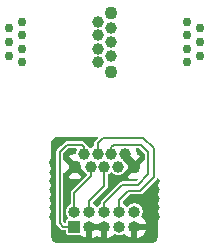
<source format=gbr>
%TF.GenerationSoftware,KiCad,Pcbnew,8.99.0-unknown-ac73616e7c~181~ubuntu24.04.1*%
%TF.CreationDate,2024-12-23T20:21:58-05:00*%
%TF.ProjectId,EZConnect,455a436f-6e6e-4656-9374-2e6b69636164,rev?*%
%TF.SameCoordinates,Original*%
%TF.FileFunction,Copper,L1,Top*%
%TF.FilePolarity,Positive*%
%FSLAX46Y46*%
G04 Gerber Fmt 4.6, Leading zero omitted, Abs format (unit mm)*
G04 Created by KiCad (PCBNEW 8.99.0-unknown-ac73616e7c~181~ubuntu24.04.1) date 2024-12-23 20:21:58*
%MOMM*%
%LPD*%
G01*
G04 APERTURE LIST*
%TA.AperFunction,ComponentPad*%
%ADD10C,1.000000*%
%TD*%
%TA.AperFunction,ComponentPad*%
%ADD11C,1.100000*%
%TD*%
%TA.AperFunction,SMDPad,CuDef*%
%ADD12C,0.750000*%
%TD*%
%TA.AperFunction,ComponentPad*%
%ADD13R,1.000000X1.000000*%
%TD*%
%TA.AperFunction,ComponentPad*%
%ADD14O,1.000000X1.000000*%
%TD*%
%TA.AperFunction,Conductor*%
%ADD15C,0.200000*%
%TD*%
G04 APERTURE END LIST*
D10*
%TO.P,J2,1,Pin_1*%
%TO.N,Net-(J2-Pin_1)*%
X153375000Y-105950000D03*
%TO.P,J2,2,Pin_2*%
%TO.N,/RX*%
X154525000Y-105950000D03*
%TO.P,J2,3,Pin_3*%
%TO.N,/TX*%
X155675000Y-105950000D03*
%TO.P,J2,4,Pin_4*%
%TO.N,/GND*%
X156825000Y-105950000D03*
%TO.P,J2,5,Pin_5*%
%TO.N,/SWDIO*%
X153950000Y-107050000D03*
%TO.P,J2,6,Pin_6*%
%TO.N,/SWCLK*%
X155100000Y-107050000D03*
%TO.P,J2,7,Pin_7*%
%TO.N,/~{RESET}*%
X156250000Y-107050000D03*
D11*
%TO.P,J2,MP,MountPin*%
%TO.N,/GND*%
X152600000Y-107050000D03*
X157600000Y-107050000D03*
%TD*%
D10*
%TO.P,J1,1,Pin_1*%
%TO.N,unconnected-(J1-Pin_1-Pad1)*%
X154550000Y-98225000D03*
%TO.P,J1,2,Pin_2*%
%TO.N,unconnected-(J1-Pin_2-Pad2)*%
X154550000Y-97075000D03*
%TO.P,J1,3,Pin_3*%
%TO.N,unconnected-(J1-Pin_3-Pad3)*%
X154550000Y-95925000D03*
%TO.P,J1,4,Pin_4*%
%TO.N,unconnected-(J1-Pin_4-Pad4)*%
X154550000Y-94775000D03*
%TO.P,J1,5,Pin_5*%
%TO.N,unconnected-(J1-Pin_5-Pad5)*%
X155650000Y-97650000D03*
%TO.P,J1,6,Pin_6*%
%TO.N,unconnected-(J1-Pin_6-Pad6)*%
X155650000Y-96500000D03*
%TO.P,J1,7,Pin_7*%
%TO.N,unconnected-(J1-Pin_7-Pad7)*%
X155650000Y-95350000D03*
D11*
%TO.P,J1,MP,MountPin*%
%TO.N,unconnected-(J1-MountPin-PadMP)_1*%
X155650000Y-99000000D03*
X155650000Y-94000000D03*
%TD*%
D12*
%TO.P,J5,1,Pin_1*%
%TO.N,unconnected-(J5-Pin_1-Pad1)*%
X148150000Y-94775000D03*
%TO.P,J5,2,Pin_2*%
%TO.N,unconnected-(J5-Pin_2-Pad2)*%
X148150000Y-95925000D03*
%TO.P,J5,3,Pin_3*%
%TO.N,unconnected-(J5-Pin_3-Pad3)*%
X148150000Y-97075000D03*
%TO.P,J5,4,Pin_4*%
%TO.N,unconnected-(J5-Pin_4-Pad4)*%
X148150000Y-98225000D03*
%TO.P,J5,5,Pin_5*%
%TO.N,unconnected-(J5-Pin_5-Pad5)*%
X147050000Y-95350000D03*
%TO.P,J5,6,Pin_6*%
%TO.N,unconnected-(J5-Pin_6-Pad6)*%
X147050000Y-96500000D03*
%TO.P,J5,7,Pin_7*%
%TO.N,unconnected-(J5-Pin_7-Pad7)*%
X147050000Y-97650000D03*
%TD*%
D13*
%TO.P,J3,1,VTref*%
%TO.N,Net-(J2-Pin_1)*%
X152550000Y-112125000D03*
D14*
%TO.P,J3,2,SWDIO/TMS*%
%TO.N,/SWDIO*%
X152550000Y-110855000D03*
%TO.P,J3,3,GND*%
%TO.N,/GND*%
X153820000Y-112125000D03*
%TO.P,J3,4,SWCLK/TCK*%
%TO.N,/SWCLK*%
X153820000Y-110855000D03*
%TO.P,J3,5,GND*%
%TO.N,/GND*%
X155090000Y-112125000D03*
%TO.P,J3,6,SWO/TDO*%
%TO.N,/TX*%
X155090000Y-110855000D03*
%TO.P,J3,7,KEY*%
%TO.N,unconnected-(J3-KEY-Pad7)*%
X156360000Y-112125000D03*
%TO.P,J3,8,NC/TDI*%
%TO.N,/RX*%
X156360000Y-110855000D03*
%TO.P,J3,9,GNDDetect*%
%TO.N,/GND*%
X157630000Y-112125000D03*
%TO.P,J3,10,~{RESET}*%
%TO.N,/~{RESET}*%
X157630000Y-110855000D03*
%TD*%
D12*
%TO.P,J4,1,Pin_1*%
%TO.N,unconnected-(J4-Pin_1-Pad1)*%
X162050000Y-98225000D03*
%TO.P,J4,2,Pin_2*%
%TO.N,unconnected-(J4-Pin_2-Pad2)*%
X162050000Y-97075000D03*
%TO.P,J4,3,Pin_3*%
%TO.N,unconnected-(J4-Pin_3-Pad3)*%
X162050000Y-95925000D03*
%TO.P,J4,4,Pin_4*%
%TO.N,unconnected-(J4-Pin_4-Pad4)*%
X162050000Y-94775000D03*
%TO.P,J4,5,Pin_5*%
%TO.N,unconnected-(J4-Pin_5-Pad5)*%
X163150000Y-97650000D03*
%TO.P,J4,6,Pin_6*%
%TO.N,unconnected-(J4-Pin_6-Pad6)*%
X163150000Y-96500000D03*
%TO.P,J4,7,Pin_7*%
%TO.N,unconnected-(J4-Pin_7-Pad7)*%
X163150000Y-95350000D03*
%TD*%
D15*
%TO.N,/RX*%
X159300000Y-105500000D02*
X159300000Y-107900000D01*
X156360000Y-109840000D02*
X156360000Y-110855000D01*
X154525000Y-105075000D02*
X154999000Y-104601000D01*
X158401000Y-104601000D02*
X159300000Y-105500000D01*
X158100000Y-109100000D02*
X157100000Y-109100000D01*
X154999000Y-104601000D02*
X158401000Y-104601000D01*
X159300000Y-107900000D02*
X158100000Y-109100000D01*
X154525000Y-105950000D02*
X154525000Y-105075000D01*
X157100000Y-109100000D02*
X156360000Y-109840000D01*
%TO.N,/TX*%
X158800000Y-105800000D02*
X158200000Y-105200000D01*
X157900000Y-108600000D02*
X158800000Y-107700000D01*
X158200000Y-105200000D02*
X155900000Y-105200000D01*
X155090000Y-110855000D02*
X155090000Y-110110000D01*
X155090000Y-110110000D02*
X156600000Y-108600000D01*
X156600000Y-108600000D02*
X157900000Y-108600000D01*
X158800000Y-107700000D02*
X158800000Y-105800000D01*
X155675000Y-105425000D02*
X155675000Y-105950000D01*
X155900000Y-105200000D02*
X155675000Y-105425000D01*
%TO.N,Net-(J2-Pin_1)*%
X151625000Y-112125000D02*
X152550000Y-112125000D01*
X151300000Y-105800000D02*
X151300000Y-111800000D01*
X153375000Y-105950000D02*
X153375000Y-105375000D01*
X151300000Y-111800000D02*
X151625000Y-112125000D01*
X153200000Y-105200000D02*
X151900000Y-105200000D01*
X153375000Y-105375000D02*
X153200000Y-105200000D01*
X151900000Y-105200000D02*
X151300000Y-105800000D01*
%TO.N,/SWDIO*%
X153950000Y-107850000D02*
X152550000Y-109250000D01*
X152550000Y-109250000D02*
X152550000Y-110855000D01*
X153950000Y-107050000D02*
X153950000Y-107850000D01*
%TO.N,/SWCLK*%
X155100000Y-108700000D02*
X155100000Y-107050000D01*
X153820000Y-110855000D02*
X153820000Y-109980000D01*
X153820000Y-109980000D02*
X155100000Y-108700000D01*
%TD*%
%TA.AperFunction,Conductor*%
%TO.N,/GND*%
G36*
X154567835Y-104518806D02*
G01*
X154586141Y-104563000D01*
X154567835Y-104607194D01*
X154340489Y-104834540D01*
X154312515Y-104862514D01*
X154284541Y-104890487D01*
X154244978Y-104959011D01*
X154244978Y-104959013D01*
X154224500Y-105035432D01*
X154224500Y-105275027D01*
X154206194Y-105319221D01*
X154195499Y-105327156D01*
X154195742Y-105327519D01*
X154078458Y-105405885D01*
X154078456Y-105405887D01*
X153994194Y-105490150D01*
X153950000Y-105508456D01*
X153905806Y-105490150D01*
X153821541Y-105405885D01*
X153706812Y-105329226D01*
X153706814Y-105329226D01*
X153704856Y-105328415D01*
X153698191Y-105325654D01*
X153664368Y-105291832D01*
X153661744Y-105284103D01*
X153655021Y-105259011D01*
X153615460Y-105190489D01*
X153559511Y-105134540D01*
X153384511Y-104959540D01*
X153372706Y-104952725D01*
X153340460Y-104934107D01*
X153340460Y-104934106D01*
X153315994Y-104919981D01*
X153315989Y-104919979D01*
X153239567Y-104899500D01*
X153239562Y-104899500D01*
X151860438Y-104899500D01*
X151860432Y-104899500D01*
X151784010Y-104919979D01*
X151784005Y-104919981D01*
X151759539Y-104934106D01*
X151759540Y-104934107D01*
X151715490Y-104959539D01*
X151715484Y-104959544D01*
X151415486Y-105259543D01*
X151115489Y-105559540D01*
X151088111Y-105586918D01*
X151059541Y-105615487D01*
X151019978Y-105684011D01*
X151019978Y-105684013D01*
X150999500Y-105760432D01*
X150999500Y-111839567D01*
X151019978Y-111915987D01*
X151022681Y-111920668D01*
X151022682Y-111920672D01*
X151022683Y-111920672D01*
X151059540Y-111984511D01*
X151384540Y-112309511D01*
X151440489Y-112365460D01*
X151509011Y-112405021D01*
X151532396Y-112411287D01*
X151585432Y-112425499D01*
X151585438Y-112425500D01*
X151664562Y-112425500D01*
X151787000Y-112425500D01*
X151831194Y-112443806D01*
X151849500Y-112488000D01*
X151849500Y-112644748D01*
X151861132Y-112703230D01*
X151861133Y-112703232D01*
X151905447Y-112769552D01*
X151971767Y-112813866D01*
X151971769Y-112813867D01*
X152030252Y-112825500D01*
X153069749Y-112825500D01*
X153072805Y-112825199D01*
X153072989Y-112827069D01*
X153114335Y-112835260D01*
X153123846Y-112843060D01*
X153182537Y-112901751D01*
X153346319Y-113011187D01*
X153346321Y-113011188D01*
X153528302Y-113086568D01*
X153528310Y-113086570D01*
X153569999Y-113094863D01*
X153570000Y-113094863D01*
X154070000Y-113094863D01*
X154111689Y-113086570D01*
X154111697Y-113086568D01*
X154293676Y-113011189D01*
X154420276Y-112926597D01*
X154467193Y-112917265D01*
X154489724Y-112926597D01*
X154616323Y-113011189D01*
X154798302Y-113086568D01*
X154798310Y-113086570D01*
X154840000Y-113094863D01*
X154840000Y-112375000D01*
X154070000Y-112375000D01*
X154070000Y-113094863D01*
X153570000Y-113094863D01*
X153570000Y-112334618D01*
X153620446Y-112385064D01*
X153694555Y-112427851D01*
X153777213Y-112450000D01*
X153862787Y-112450000D01*
X153945445Y-112427851D01*
X154019554Y-112385064D01*
X154080064Y-112324554D01*
X154122851Y-112250445D01*
X154145000Y-112167787D01*
X154145000Y-112082213D01*
X154122851Y-111999555D01*
X154080064Y-111925446D01*
X154029618Y-111875000D01*
X154880382Y-111875000D01*
X154829936Y-111925446D01*
X154787149Y-111999555D01*
X154765000Y-112082213D01*
X154765000Y-112167787D01*
X154787149Y-112250445D01*
X154829936Y-112324554D01*
X154890446Y-112385064D01*
X154964555Y-112427851D01*
X155047213Y-112450000D01*
X155132787Y-112450000D01*
X155215445Y-112427851D01*
X155289554Y-112385064D01*
X155340000Y-112334618D01*
X155340000Y-113094863D01*
X155381689Y-113086570D01*
X155381697Y-113086568D01*
X155563678Y-113011188D01*
X155563680Y-113011187D01*
X155727462Y-112901751D01*
X155866749Y-112762464D01*
X155866754Y-112762458D01*
X155889565Y-112728319D01*
X155929338Y-112701742D01*
X155976254Y-112711074D01*
X155976255Y-112711074D01*
X156028185Y-112745773D01*
X156028187Y-112745773D01*
X156028189Y-112745775D01*
X156155672Y-112798580D01*
X156291007Y-112825500D01*
X156428993Y-112825500D01*
X156564328Y-112798580D01*
X156691811Y-112745775D01*
X156691814Y-112745772D01*
X156691816Y-112745772D01*
X156708405Y-112734686D01*
X156743743Y-112711074D01*
X156790658Y-112701742D01*
X156830432Y-112728317D01*
X156853246Y-112762459D01*
X156853250Y-112762464D01*
X156992537Y-112901751D01*
X157156319Y-113011187D01*
X157156321Y-113011188D01*
X157338302Y-113086568D01*
X157338310Y-113086570D01*
X157379999Y-113094863D01*
X157380000Y-113094863D01*
X157880000Y-113094863D01*
X157921689Y-113086570D01*
X157921697Y-113086568D01*
X158103678Y-113011188D01*
X158103680Y-113011187D01*
X158267462Y-112901751D01*
X158406751Y-112762462D01*
X158516187Y-112598680D01*
X158516188Y-112598678D01*
X158591568Y-112416697D01*
X158591570Y-112416689D01*
X158599863Y-112375000D01*
X157880000Y-112375000D01*
X157880000Y-113094863D01*
X157380000Y-113094863D01*
X157380000Y-112334618D01*
X157430446Y-112385064D01*
X157504555Y-112427851D01*
X157587213Y-112450000D01*
X157672787Y-112450000D01*
X157755445Y-112427851D01*
X157829554Y-112385064D01*
X157890064Y-112324554D01*
X157932851Y-112250445D01*
X157955000Y-112167787D01*
X157955000Y-112082213D01*
X157932851Y-111999555D01*
X157890064Y-111925446D01*
X157839618Y-111875000D01*
X158599863Y-111875000D01*
X158599863Y-111874999D01*
X158591570Y-111833310D01*
X158591568Y-111833302D01*
X158516188Y-111651321D01*
X158516187Y-111651319D01*
X158406751Y-111487537D01*
X158267464Y-111348250D01*
X158267459Y-111348246D01*
X158233317Y-111325432D01*
X158206742Y-111285658D01*
X158216074Y-111238743D01*
X158246515Y-111193187D01*
X158250772Y-111186816D01*
X158250772Y-111186814D01*
X158250775Y-111186811D01*
X158303580Y-111059328D01*
X158330500Y-110923993D01*
X158330500Y-110786007D01*
X158303580Y-110650672D01*
X158250775Y-110523189D01*
X158174114Y-110408458D01*
X158076542Y-110310886D01*
X158076538Y-110310883D01*
X157961813Y-110234226D01*
X157961811Y-110234225D01*
X157834326Y-110181419D01*
X157698993Y-110154500D01*
X157561007Y-110154500D01*
X157425673Y-110181419D01*
X157425672Y-110181419D01*
X157298188Y-110234225D01*
X157298186Y-110234226D01*
X157183458Y-110310885D01*
X157085885Y-110408458D01*
X157046967Y-110466704D01*
X157007193Y-110493280D01*
X156960277Y-110483948D01*
X156943033Y-110466704D01*
X156904114Y-110408458D01*
X156806541Y-110310885D01*
X156689258Y-110232519D01*
X156690205Y-110231101D01*
X156663182Y-110198139D01*
X156660500Y-110180027D01*
X156660500Y-109990359D01*
X156678806Y-109946165D01*
X157206165Y-109418806D01*
X157250359Y-109400500D01*
X158139562Y-109400500D01*
X158139567Y-109400499D01*
X158162271Y-109394414D01*
X158215989Y-109380021D01*
X158284511Y-109340460D01*
X158340460Y-109284511D01*
X159540460Y-108084511D01*
X159563029Y-108045418D01*
X159600979Y-108016298D01*
X159648405Y-108022541D01*
X159677526Y-108060490D01*
X159683607Y-108083184D01*
X159683607Y-108083185D01*
X159749501Y-108197315D01*
X159749504Y-108197319D01*
X159767991Y-108215806D01*
X159786297Y-108260000D01*
X159767991Y-108304194D01*
X159749504Y-108322680D01*
X159749501Y-108322684D01*
X159683607Y-108436814D01*
X159683606Y-108436817D01*
X159649501Y-108564101D01*
X159649500Y-108564109D01*
X159649500Y-108695890D01*
X159649501Y-108695898D01*
X159683606Y-108823182D01*
X159683607Y-108823185D01*
X159683608Y-108823186D01*
X159728245Y-108900500D01*
X159749501Y-108937315D01*
X159749504Y-108937319D01*
X159767991Y-108955806D01*
X159786297Y-109000000D01*
X159767991Y-109044194D01*
X159749504Y-109062680D01*
X159749501Y-109062684D01*
X159683607Y-109176814D01*
X159683606Y-109176817D01*
X159649501Y-109304101D01*
X159649500Y-109304109D01*
X159649500Y-109435890D01*
X159649501Y-109435898D01*
X159683606Y-109563182D01*
X159683607Y-109563185D01*
X159683608Y-109563186D01*
X159736899Y-109655489D01*
X159749501Y-109677315D01*
X159749504Y-109677319D01*
X159767991Y-109695806D01*
X159786297Y-109740000D01*
X159767991Y-109784194D01*
X159749504Y-109802680D01*
X159749501Y-109802684D01*
X159683607Y-109916814D01*
X159683606Y-109916817D01*
X159649501Y-110044101D01*
X159649500Y-110044109D01*
X159649500Y-110175890D01*
X159649501Y-110175898D01*
X159683606Y-110303182D01*
X159683607Y-110303185D01*
X159749501Y-110417315D01*
X159749504Y-110417319D01*
X159767991Y-110435806D01*
X159786297Y-110480000D01*
X159767991Y-110524194D01*
X159749504Y-110542680D01*
X159749501Y-110542684D01*
X159683607Y-110656814D01*
X159683606Y-110656817D01*
X159649501Y-110784101D01*
X159649500Y-110784109D01*
X159649500Y-110915890D01*
X159649501Y-110915898D01*
X159683606Y-111043182D01*
X159683607Y-111043185D01*
X159716554Y-111100250D01*
X159749500Y-111157314D01*
X159779884Y-111187698D01*
X159798190Y-111231891D01*
X159788269Y-111265680D01*
X159779681Y-111279043D01*
X159779678Y-111279049D01*
X159690515Y-111474289D01*
X159690515Y-111474290D01*
X159630046Y-111680229D01*
X159599500Y-111892680D01*
X159599500Y-112996489D01*
X159599107Y-113003487D01*
X159587764Y-113104150D01*
X159584650Y-113117794D01*
X159552359Y-113210079D01*
X159546286Y-113222689D01*
X159494271Y-113305470D01*
X159485545Y-113316412D01*
X159416412Y-113385545D01*
X159405470Y-113394271D01*
X159322689Y-113446286D01*
X159310079Y-113452359D01*
X159217794Y-113484650D01*
X159204150Y-113487764D01*
X159103488Y-113499107D01*
X159096490Y-113499500D01*
X151103510Y-113499500D01*
X151096512Y-113499107D01*
X150995849Y-113487764D01*
X150982205Y-113484650D01*
X150889920Y-113452359D01*
X150877310Y-113446286D01*
X150794529Y-113394271D01*
X150783587Y-113385545D01*
X150714454Y-113316412D01*
X150705728Y-113305470D01*
X150653713Y-113222689D01*
X150647641Y-113210082D01*
X150615348Y-113117792D01*
X150612235Y-113104150D01*
X150600893Y-113003487D01*
X150600500Y-112996489D01*
X150600500Y-111892683D01*
X150600500Y-111892680D01*
X150600500Y-111892678D01*
X150569953Y-111680227D01*
X150509483Y-111474286D01*
X150468193Y-111383875D01*
X150420322Y-111279050D01*
X150420319Y-111279044D01*
X150411732Y-111265684D01*
X150403237Y-111218609D01*
X150420114Y-111187699D01*
X150450500Y-111157314D01*
X150516392Y-111043186D01*
X150550500Y-110915892D01*
X150550500Y-110784108D01*
X150516392Y-110656814D01*
X150450500Y-110542686D01*
X150450498Y-110542684D01*
X150450496Y-110542681D01*
X150432009Y-110524195D01*
X150413702Y-110480001D01*
X150432007Y-110435807D01*
X150450496Y-110417318D01*
X150450500Y-110417314D01*
X150516392Y-110303186D01*
X150550500Y-110175892D01*
X150550500Y-110044108D01*
X150522722Y-109940438D01*
X150516393Y-109916817D01*
X150516392Y-109916814D01*
X150485906Y-109864011D01*
X150450500Y-109802686D01*
X150450498Y-109802684D01*
X150450496Y-109802681D01*
X150432009Y-109784195D01*
X150413702Y-109740001D01*
X150432007Y-109695807D01*
X150450496Y-109677318D01*
X150450500Y-109677314D01*
X150516392Y-109563186D01*
X150550500Y-109435892D01*
X150550500Y-109304108D01*
X150537264Y-109254712D01*
X150516393Y-109176817D01*
X150516392Y-109176814D01*
X150450500Y-109062686D01*
X150450498Y-109062684D01*
X150450496Y-109062681D01*
X150432009Y-109044195D01*
X150413702Y-109000001D01*
X150432007Y-108955807D01*
X150450496Y-108937318D01*
X150450500Y-108937314D01*
X150516392Y-108823186D01*
X150550500Y-108695892D01*
X150550500Y-108564108D01*
X150516392Y-108436814D01*
X150450500Y-108322686D01*
X150450498Y-108322684D01*
X150450496Y-108322681D01*
X150432009Y-108304195D01*
X150413702Y-108260001D01*
X150432007Y-108215807D01*
X150450496Y-108197318D01*
X150450500Y-108197314D01*
X150516392Y-108083186D01*
X150550500Y-107955892D01*
X150550500Y-107824108D01*
X150516392Y-107696814D01*
X150450500Y-107582686D01*
X150450498Y-107582684D01*
X150450496Y-107582681D01*
X150432009Y-107564195D01*
X150413702Y-107520001D01*
X150432007Y-107475807D01*
X150450496Y-107457318D01*
X150450500Y-107457314D01*
X150516392Y-107343186D01*
X150550500Y-107215892D01*
X150550500Y-107084108D01*
X150527251Y-106997339D01*
X150516393Y-106956817D01*
X150516392Y-106956814D01*
X150450500Y-106842686D01*
X150450498Y-106842684D01*
X150450495Y-106842680D01*
X150420115Y-106812300D01*
X150401809Y-106768106D01*
X150411731Y-106734316D01*
X150420322Y-106720949D01*
X150509485Y-106525710D01*
X150569954Y-106319768D01*
X150598748Y-106119503D01*
X150600500Y-106107319D01*
X150600500Y-105003510D01*
X150600893Y-104996512D01*
X150605118Y-104959013D01*
X150612235Y-104895844D01*
X150615349Y-104882205D01*
X150647643Y-104789913D01*
X150653709Y-104777317D01*
X150705731Y-104694524D01*
X150714450Y-104683591D01*
X150783591Y-104614450D01*
X150794524Y-104605731D01*
X150877317Y-104553709D01*
X150889913Y-104547643D01*
X150982209Y-104515348D01*
X150995844Y-104512235D01*
X151096512Y-104500892D01*
X151103510Y-104500500D01*
X151165892Y-104500500D01*
X154523641Y-104500500D01*
X154567835Y-104518806D01*
G37*
%TD.AperFunction*%
%TA.AperFunction,Conductor*%
G36*
X152200000Y-107102661D02*
G01*
X152227259Y-107204394D01*
X152279920Y-107295606D01*
X152354394Y-107370080D01*
X152445606Y-107422741D01*
X152547339Y-107450000D01*
X152553554Y-107450000D01*
X152054932Y-107948621D01*
X152102633Y-107980495D01*
X152102643Y-107980500D01*
X152293724Y-108059649D01*
X152293727Y-108059650D01*
X152496583Y-108099999D01*
X152496584Y-108100000D01*
X152703416Y-108100000D01*
X152703416Y-108099999D01*
X152906272Y-108059650D01*
X152906275Y-108059649D01*
X153097356Y-107980500D01*
X153097366Y-107980495D01*
X153145067Y-107948621D01*
X152646446Y-107450000D01*
X152652661Y-107450000D01*
X152754394Y-107422741D01*
X152845606Y-107370080D01*
X152920080Y-107295606D01*
X152972741Y-107204394D01*
X153000000Y-107102661D01*
X153000000Y-107096446D01*
X153506436Y-107602883D01*
X153522669Y-107606950D01*
X153570272Y-107638758D01*
X153606459Y-107662937D01*
X153633035Y-107702711D01*
X153623703Y-107749627D01*
X153615930Y-107759098D01*
X152938215Y-108436814D01*
X152365489Y-109009540D01*
X152337515Y-109037514D01*
X152309541Y-109065487D01*
X152269978Y-109134011D01*
X152269978Y-109134013D01*
X152249500Y-109210432D01*
X152249500Y-110180027D01*
X152231194Y-110224221D01*
X152220499Y-110232156D01*
X152220742Y-110232519D01*
X152103458Y-110310885D01*
X152005885Y-110408458D01*
X151929226Y-110523186D01*
X151929225Y-110523188D01*
X151876419Y-110650672D01*
X151876419Y-110650673D01*
X151849500Y-110786006D01*
X151849500Y-110923993D01*
X151876419Y-111059326D01*
X151876419Y-111059327D01*
X151929225Y-111186811D01*
X151929226Y-111186813D01*
X152005885Y-111301541D01*
X152029805Y-111325461D01*
X152048111Y-111369655D01*
X152029805Y-111413849D01*
X151997805Y-111430954D01*
X151971768Y-111436133D01*
X151971767Y-111436133D01*
X151905447Y-111480447D01*
X151861133Y-111546767D01*
X151861132Y-111546769D01*
X151849500Y-111605251D01*
X151849500Y-111762000D01*
X151831194Y-111806194D01*
X151787000Y-111824500D01*
X151775359Y-111824500D01*
X151731165Y-111806194D01*
X151618806Y-111693835D01*
X151600500Y-111649641D01*
X151600500Y-107650127D01*
X151618806Y-107605933D01*
X151663000Y-107587627D01*
X151674594Y-107592429D01*
X151701377Y-107595067D01*
X152200000Y-107096444D01*
X152200000Y-107102661D01*
G37*
%TD.AperFunction*%
%TA.AperFunction,Conductor*%
G36*
X157200000Y-107102661D02*
G01*
X157227259Y-107204394D01*
X157279920Y-107295606D01*
X157354394Y-107370080D01*
X157445606Y-107422741D01*
X157547339Y-107450000D01*
X157553554Y-107450000D01*
X157054932Y-107948621D01*
X157102633Y-107980495D01*
X157102643Y-107980500D01*
X157293724Y-108059649D01*
X157293727Y-108059650D01*
X157496583Y-108099999D01*
X157496584Y-108100000D01*
X157703416Y-108100000D01*
X157703416Y-108099999D01*
X157840394Y-108072753D01*
X157887310Y-108082085D01*
X157913886Y-108121859D01*
X157904554Y-108168775D01*
X157896782Y-108178246D01*
X157859223Y-108215806D01*
X157793834Y-108281194D01*
X157749642Y-108299500D01*
X156560432Y-108299500D01*
X156484013Y-108319978D01*
X156484011Y-108319978D01*
X156429393Y-108351512D01*
X156420946Y-108356390D01*
X156420944Y-108356391D01*
X156420943Y-108356390D01*
X156415491Y-108359538D01*
X156415486Y-108359542D01*
X155641018Y-109134011D01*
X154905489Y-109869540D01*
X154877515Y-109897514D01*
X154849541Y-109925487D01*
X154809978Y-109994011D01*
X154809978Y-109994013D01*
X154789500Y-110070432D01*
X154789500Y-110180027D01*
X154771194Y-110224221D01*
X154760499Y-110232156D01*
X154760742Y-110232519D01*
X154643458Y-110310885D01*
X154545885Y-110408458D01*
X154506967Y-110466704D01*
X154467193Y-110493280D01*
X154420277Y-110483948D01*
X154403033Y-110466704D01*
X154364114Y-110408458D01*
X154266541Y-110310885D01*
X154149258Y-110232519D01*
X154150205Y-110231101D01*
X154147526Y-110227833D01*
X154138806Y-110224221D01*
X154132924Y-110210023D01*
X154123182Y-110198139D01*
X154120500Y-110180027D01*
X154120500Y-110130359D01*
X154138806Y-110086165D01*
X154661789Y-109563182D01*
X155340460Y-108884511D01*
X155343047Y-108880028D01*
X155343055Y-108880022D01*
X155343052Y-108880021D01*
X155380021Y-108815989D01*
X155400500Y-108739562D01*
X155400500Y-107724972D01*
X155418806Y-107680778D01*
X155429502Y-107672847D01*
X155429258Y-107672481D01*
X155462713Y-107650127D01*
X155546542Y-107594114D01*
X155630806Y-107509850D01*
X155675000Y-107491544D01*
X155719194Y-107509850D01*
X155803458Y-107594114D01*
X155918189Y-107670775D01*
X156045672Y-107723580D01*
X156181007Y-107750500D01*
X156318993Y-107750500D01*
X156454328Y-107723580D01*
X156581811Y-107670775D01*
X156677331Y-107606950D01*
X156693562Y-107602883D01*
X157200000Y-107096445D01*
X157200000Y-107102661D01*
G37*
%TD.AperFunction*%
%TA.AperFunction,Conductor*%
G36*
X152760127Y-105518806D02*
G01*
X152778433Y-105563000D01*
X152767900Y-105597723D01*
X152754226Y-105618186D01*
X152754225Y-105618188D01*
X152701419Y-105745672D01*
X152701419Y-105745673D01*
X152674500Y-105881006D01*
X152674500Y-105937500D01*
X152656194Y-105981694D01*
X152612000Y-106000000D01*
X152496584Y-106000000D01*
X152293727Y-106040349D01*
X152293724Y-106040350D01*
X152102640Y-106119500D01*
X152102635Y-106119503D01*
X152054931Y-106151377D01*
X152553554Y-106650000D01*
X152547339Y-106650000D01*
X152445606Y-106677259D01*
X152354394Y-106729920D01*
X152279920Y-106804394D01*
X152227259Y-106895606D01*
X152200000Y-106997339D01*
X152200000Y-107003554D01*
X151701377Y-106504931D01*
X151681616Y-106506877D01*
X151675191Y-106511171D01*
X151628275Y-106501836D01*
X151601700Y-106462062D01*
X151600500Y-106449871D01*
X151600500Y-105950359D01*
X151618806Y-105906165D01*
X152006165Y-105518806D01*
X152050359Y-105500500D01*
X152715933Y-105500500D01*
X152760127Y-105518806D01*
G37*
%TD.AperFunction*%
%TA.AperFunction,Conductor*%
G36*
X157713125Y-106484572D02*
G01*
X157731431Y-106528766D01*
X157713125Y-106572960D01*
X157636085Y-106650000D01*
X157547339Y-106650000D01*
X157445606Y-106677259D01*
X157354394Y-106729920D01*
X157279920Y-106804394D01*
X157227259Y-106895606D01*
X157200000Y-106997339D01*
X157200000Y-107003554D01*
X156676517Y-106480071D01*
X156658211Y-106435877D01*
X156676517Y-106391683D01*
X156770465Y-106297734D01*
X156778922Y-106300000D01*
X156871078Y-106300000D01*
X156960095Y-106276148D01*
X157039905Y-106230070D01*
X157105070Y-106164905D01*
X157151148Y-106085095D01*
X157175000Y-105996078D01*
X157175000Y-105946447D01*
X157713125Y-106484572D01*
G37*
%TD.AperFunction*%
%TA.AperFunction,Conductor*%
G36*
X158093835Y-105518806D02*
G01*
X158481194Y-105906165D01*
X158499500Y-105950359D01*
X158499500Y-106478165D01*
X158481194Y-106522359D01*
X158000000Y-107003553D01*
X158000000Y-106997339D01*
X157972741Y-106895606D01*
X157920080Y-106804394D01*
X157845606Y-106729920D01*
X157754394Y-106677259D01*
X157652661Y-106650000D01*
X157646444Y-106650000D01*
X158145067Y-106151377D01*
X158097364Y-106119503D01*
X158097356Y-106119499D01*
X157906274Y-106040350D01*
X157875305Y-106034189D01*
X157835532Y-106007611D01*
X157825000Y-105972890D01*
X157825000Y-105851509D01*
X157824999Y-105851508D01*
X157786570Y-105658310D01*
X157786568Y-105658302D01*
X157757000Y-105586918D01*
X157757000Y-105539082D01*
X157790824Y-105505258D01*
X157814742Y-105500500D01*
X158049641Y-105500500D01*
X158093835Y-105518806D01*
G37*
%TD.AperFunction*%
%TD*%
M02*

</source>
